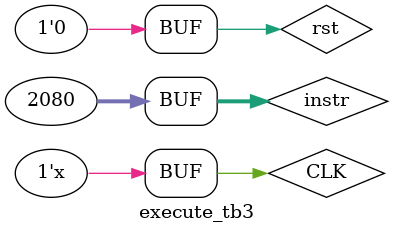
<source format=v>
`timescale 1ns / 1ps


module execute_tb3;

	// Inputs
	reg CLK;
	reg rst;
	reg [31:0] instr;

	// Outputs
	wire [31:0] busA;
	wire [31:0] busB;
	wire [31:0] busW;
	wire reg0;
	wire reg1;
	wire reg2;
	wire reg3;
	wire reg4;
	wire reg5;
	wire reg6;
	wire reg7;
	wire reg8;
	wire reg9;
	wire reg10;
	wire reg11;
	wire reg12;
	wire reg13;
	wire reg14;
	wire reg15;
	wire reg16;
	wire reg17;
	wire reg18;
	wire reg19;
	wire reg20;
	wire reg21;
	wire reg22;
	wire reg23;
	wire reg24;
	wire reg25;
	wire reg26;
	wire reg27;
	wire reg28;
	wire reg29;
	wire reg30;
	wire reg31;

	// Instantiate the Unit Under Test (UUT)
	execute_unit uut (
		.CLK(CLK), 
		.rst(rst), 
		.instr(instr), 
		.busA(busA), 
		.busB(busB), 
		.busW(busW), 
		.reg0(reg0), 
		.reg1(reg1), 
		.reg2(reg2), 
		.reg3(reg3), 
		.reg4(reg4), 
		.reg5(reg5), 
		.reg6(reg6), 
		.reg7(reg7), 
		.reg8(reg8), 
		.reg9(reg9), 
		.reg10(reg10), 
		.reg11(reg11), 
		.reg12(reg12), 
		.reg13(reg13), 
		.reg14(reg14), 
		.reg15(reg15), 
		.reg16(reg16), 
		.reg17(reg17), 
		.reg18(reg18), 
		.reg19(reg19), 
		.reg20(reg20), 
		.reg21(reg21), 
		.reg22(reg22), 
		.reg23(reg23), 
		.reg24(reg24), 
		.reg25(reg25), 
		.reg26(reg26), 
		.reg27(reg27), 
		.reg28(reg28), 
		.reg29(reg29), 
		.reg30(reg30), 
		.reg31(reg31)
	);

	initial begin
		// Initialize Inputs
		CLK = 0;
		rst = 0;
		instr = 32'b00000000000000000000100000100000;

		// Wait 100 ns for global reset to finish
		#100;
        
		// Add stimulus here
		#10;
		instr = 32'b00000000000000000000100000100000;

	end
	always #10 CLK=~CLK;
      
endmodule


</source>
